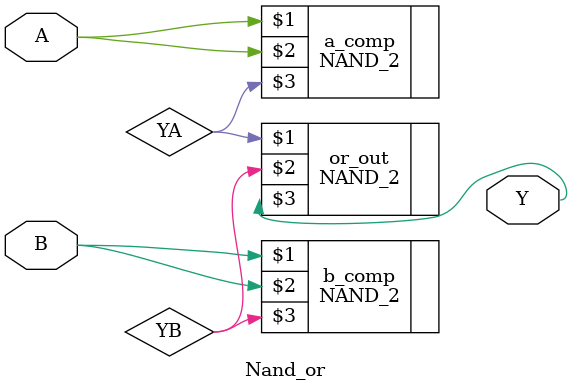
<source format=v>
module Nand_or(A,B,Y);

output Y;
input A, B;
wire YA,YB,Y;
NAND_2 a_comp(A,A,YA);
NAND_2 b_comp(B,B,YB);
NAND_2 or_out(YA,YB,Y);
endmodule
</source>
